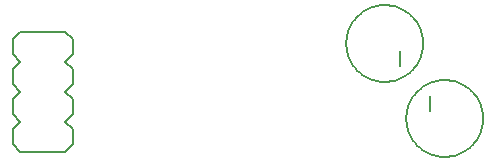
<source format=gbo>
G75*
%MOIN*%
%OFA0B0*%
%FSLAX24Y24*%
%IPPOS*%
%LPD*%
%AMOC8*
5,1,8,0,0,1.08239X$1,22.5*
%
%ADD10C,0.0060*%
%ADD11C,0.0080*%
D10*
X003950Y013880D02*
X005450Y013880D01*
X005700Y014130D01*
X005700Y014630D01*
X005450Y014880D01*
X005700Y015130D01*
X005700Y015630D01*
X005450Y015880D01*
X005700Y016130D01*
X005700Y016630D01*
X005450Y016880D01*
X005700Y017130D01*
X005700Y017630D01*
X005450Y017880D01*
X003950Y017880D01*
X003700Y017630D01*
X003700Y017130D01*
X003950Y016880D01*
X003700Y016630D01*
X003700Y016130D01*
X003950Y015880D01*
X003700Y015630D01*
X003700Y015130D01*
X003950Y014880D01*
X003700Y014630D01*
X003700Y014130D01*
X003950Y013880D01*
D11*
X014820Y017480D02*
X014822Y017551D01*
X014828Y017622D01*
X014838Y017693D01*
X014852Y017762D01*
X014869Y017831D01*
X014891Y017899D01*
X014916Y017966D01*
X014945Y018031D01*
X014977Y018094D01*
X015013Y018156D01*
X015052Y018215D01*
X015095Y018272D01*
X015140Y018327D01*
X015189Y018379D01*
X015240Y018428D01*
X015294Y018474D01*
X015351Y018518D01*
X015409Y018558D01*
X015470Y018594D01*
X015533Y018628D01*
X015598Y018657D01*
X015664Y018683D01*
X015732Y018706D01*
X015800Y018724D01*
X015870Y018739D01*
X015940Y018750D01*
X016011Y018757D01*
X016082Y018760D01*
X016153Y018759D01*
X016224Y018754D01*
X016295Y018745D01*
X016365Y018732D01*
X016434Y018716D01*
X016502Y018695D01*
X016569Y018671D01*
X016635Y018643D01*
X016698Y018611D01*
X016760Y018576D01*
X016820Y018538D01*
X016878Y018496D01*
X016933Y018452D01*
X016986Y018404D01*
X017036Y018353D01*
X017083Y018300D01*
X017127Y018244D01*
X017168Y018186D01*
X017206Y018125D01*
X017240Y018063D01*
X017270Y017998D01*
X017297Y017933D01*
X017321Y017865D01*
X017340Y017797D01*
X017356Y017728D01*
X017368Y017657D01*
X017376Y017587D01*
X017380Y017516D01*
X017380Y017444D01*
X017376Y017373D01*
X017368Y017303D01*
X017356Y017232D01*
X017340Y017163D01*
X017321Y017095D01*
X017297Y017027D01*
X017270Y016962D01*
X017240Y016897D01*
X017206Y016835D01*
X017168Y016774D01*
X017127Y016716D01*
X017083Y016660D01*
X017036Y016607D01*
X016986Y016556D01*
X016933Y016508D01*
X016878Y016464D01*
X016820Y016422D01*
X016760Y016384D01*
X016698Y016349D01*
X016635Y016317D01*
X016569Y016289D01*
X016502Y016265D01*
X016434Y016244D01*
X016365Y016228D01*
X016295Y016215D01*
X016224Y016206D01*
X016153Y016201D01*
X016082Y016200D01*
X016011Y016203D01*
X015940Y016210D01*
X015870Y016221D01*
X015800Y016236D01*
X015732Y016254D01*
X015664Y016277D01*
X015598Y016303D01*
X015533Y016332D01*
X015470Y016366D01*
X015409Y016402D01*
X015351Y016442D01*
X015294Y016486D01*
X015240Y016532D01*
X015189Y016581D01*
X015140Y016633D01*
X015095Y016688D01*
X015052Y016745D01*
X015013Y016804D01*
X014977Y016866D01*
X014945Y016929D01*
X014916Y016994D01*
X014891Y017061D01*
X014869Y017129D01*
X014852Y017198D01*
X014838Y017267D01*
X014828Y017338D01*
X014822Y017409D01*
X014820Y017480D01*
X016600Y017230D02*
X016600Y016730D01*
X017600Y015730D02*
X017600Y015230D01*
X016820Y014980D02*
X016822Y015051D01*
X016828Y015122D01*
X016838Y015193D01*
X016852Y015262D01*
X016869Y015331D01*
X016891Y015399D01*
X016916Y015466D01*
X016945Y015531D01*
X016977Y015594D01*
X017013Y015656D01*
X017052Y015715D01*
X017095Y015772D01*
X017140Y015827D01*
X017189Y015879D01*
X017240Y015928D01*
X017294Y015974D01*
X017351Y016018D01*
X017409Y016058D01*
X017470Y016094D01*
X017533Y016128D01*
X017598Y016157D01*
X017664Y016183D01*
X017732Y016206D01*
X017800Y016224D01*
X017870Y016239D01*
X017940Y016250D01*
X018011Y016257D01*
X018082Y016260D01*
X018153Y016259D01*
X018224Y016254D01*
X018295Y016245D01*
X018365Y016232D01*
X018434Y016216D01*
X018502Y016195D01*
X018569Y016171D01*
X018635Y016143D01*
X018698Y016111D01*
X018760Y016076D01*
X018820Y016038D01*
X018878Y015996D01*
X018933Y015952D01*
X018986Y015904D01*
X019036Y015853D01*
X019083Y015800D01*
X019127Y015744D01*
X019168Y015686D01*
X019206Y015625D01*
X019240Y015563D01*
X019270Y015498D01*
X019297Y015433D01*
X019321Y015365D01*
X019340Y015297D01*
X019356Y015228D01*
X019368Y015157D01*
X019376Y015087D01*
X019380Y015016D01*
X019380Y014944D01*
X019376Y014873D01*
X019368Y014803D01*
X019356Y014732D01*
X019340Y014663D01*
X019321Y014595D01*
X019297Y014527D01*
X019270Y014462D01*
X019240Y014397D01*
X019206Y014335D01*
X019168Y014274D01*
X019127Y014216D01*
X019083Y014160D01*
X019036Y014107D01*
X018986Y014056D01*
X018933Y014008D01*
X018878Y013964D01*
X018820Y013922D01*
X018760Y013884D01*
X018698Y013849D01*
X018635Y013817D01*
X018569Y013789D01*
X018502Y013765D01*
X018434Y013744D01*
X018365Y013728D01*
X018295Y013715D01*
X018224Y013706D01*
X018153Y013701D01*
X018082Y013700D01*
X018011Y013703D01*
X017940Y013710D01*
X017870Y013721D01*
X017800Y013736D01*
X017732Y013754D01*
X017664Y013777D01*
X017598Y013803D01*
X017533Y013832D01*
X017470Y013866D01*
X017409Y013902D01*
X017351Y013942D01*
X017294Y013986D01*
X017240Y014032D01*
X017189Y014081D01*
X017140Y014133D01*
X017095Y014188D01*
X017052Y014245D01*
X017013Y014304D01*
X016977Y014366D01*
X016945Y014429D01*
X016916Y014494D01*
X016891Y014561D01*
X016869Y014629D01*
X016852Y014698D01*
X016838Y014767D01*
X016828Y014838D01*
X016822Y014909D01*
X016820Y014980D01*
M02*

</source>
